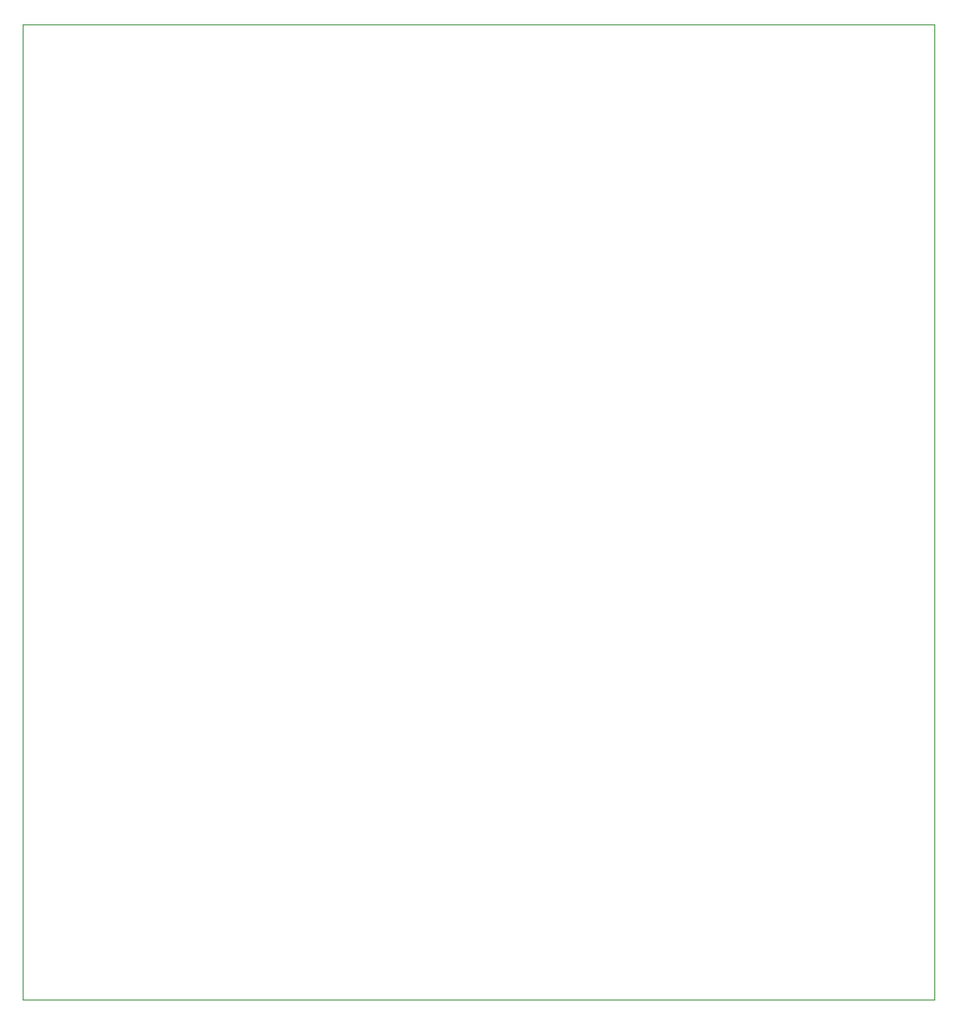
<source format=gbr>
%TF.GenerationSoftware,KiCad,Pcbnew,6.0.11+dfsg-1*%
%TF.CreationDate,2025-10-30T18:07:19+01:00*%
%TF.ProjectId,matrice,6d617472-6963-4652-9e6b-696361645f70,rev?*%
%TF.SameCoordinates,Original*%
%TF.FileFunction,Profile,NP*%
%FSLAX46Y46*%
G04 Gerber Fmt 4.6, Leading zero omitted, Abs format (unit mm)*
G04 Created by KiCad (PCBNEW 6.0.11+dfsg-1) date 2025-10-30 18:07:19*
%MOMM*%
%LPD*%
G01*
G04 APERTURE LIST*
%TA.AperFunction,Profile*%
%ADD10C,0.050000*%
%TD*%
G04 APERTURE END LIST*
D10*
X93000000Y-45781000D02*
X181500000Y-45781000D01*
X181500000Y-45781000D02*
X181500000Y-140401000D01*
X181500000Y-140401000D02*
X93000000Y-140401000D01*
X93000000Y-140401000D02*
X93000000Y-45781000D01*
M02*

</source>
